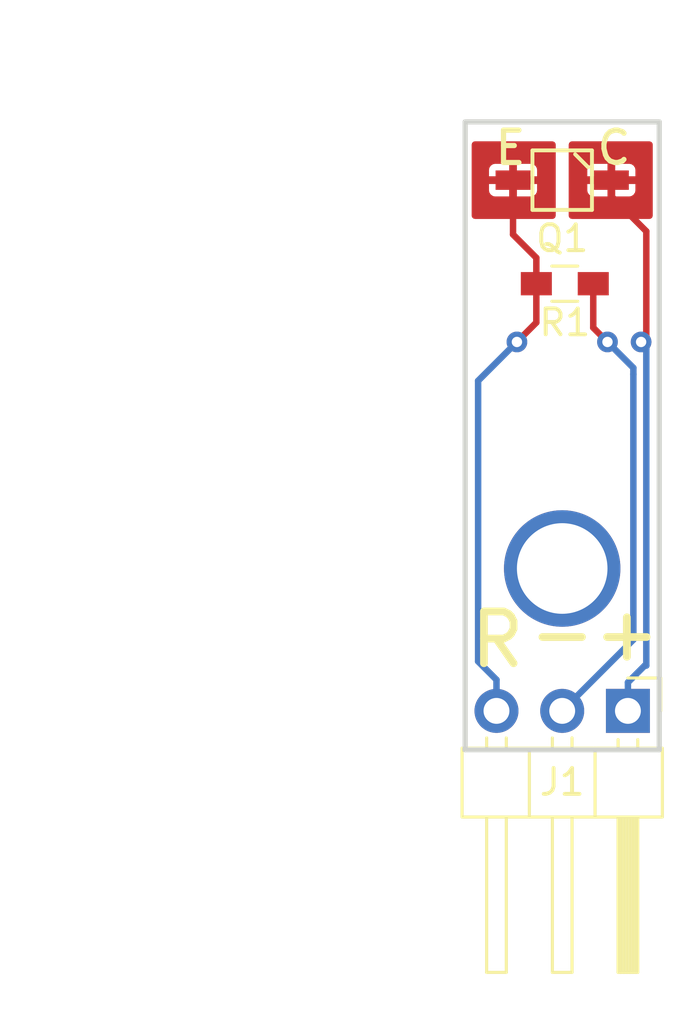
<source format=kicad_pcb>
(kicad_pcb (version 20221018) (generator pcbnew)
  (title_block (title "Break-Beam Sensor Set RX side") (date "2023-11-21") (rev "1") (company "DigitalREP"))
  (layers (0 "F.Cu" signal) (31 "B.Cu" signal) (34 "B.Paste" user) (35 "F.Paste" user) (36 "B.SilkS" user "B.Silkscreen") (37 "F.SilkS" user "F.Silkscreen") (38 "B.Mask" user) (39 "F.Mask" user) (44 "Edge.Cuts" user))
  (net 0 "")
  (net 1 "/VCC")
  (net 2 "/GND")
  (net 3 "/SIG")
  (footprint "Resistors_SMD:R_0603_HandSoldering" (layer "F.Cu") (at 101.85 43.25)
    (fp_text reference "R1" (at 0 1.5) (layer "F.SilkS"))
    (fp_text value "10K")
    (fp_line (start -0.5 -0.68) (end 0.5 -0.68) (stroke (width 0.12)) (layer "F.SilkS"))
    (fp_line (start 0.5 0.68) (end -0.5 0.68) (stroke (width 0.12)) (layer "F.SilkS"))
    (pad "1" smd rect (at -1.1 0) (size 1.2 0.9) (layers "F.Cu" "F.Paste" "F.Mask") (net 3 "/SIG"))
    (pad "2" smd rect (at 1.1 0) (size 1.2 0.9) (layers "F.Cu" "F.Paste" "F.Mask") (net 2 "/GND"))
  )
  (footprint "Pin_Headers:Pin_Header_Angled_1x03_Pitch2.54mm" (layer "F.Cu") (at 104.29 59.75 -90)
    (fp_text reference "J1" (at 2.75 2.54) (layer "F.SilkS"))
    (fp_text value "Conn_01x03_Female")
    (fp_line (start -1.27 -1.27) (end 0 -1.27) (stroke (width 0.12)) (layer "F.SilkS"))
    (fp_line (start -1.27 0) (end -1.27 -1.27) (stroke (width 0.12)) (layer "F.SilkS"))
    (fp_line (start 1.042929 2.16) (end 1.44 2.16) (stroke (width 0.12)) (layer "F.SilkS"))
    (fp_line (start 1.042929 2.92) (end 1.44 2.92) (stroke (width 0.12)) (layer "F.SilkS"))
    (fp_line (start 1.042929 4.7) (end 1.44 4.7) (stroke (width 0.12)) (layer "F.SilkS"))
    (fp_line (start 1.042929 5.46) (end 1.44 5.46) (stroke (width 0.12)) (layer "F.SilkS"))
    (fp_line (start 1.11 -0.38) (end 1.44 -0.38) (stroke (width 0.12)) (layer "F.SilkS"))
    (fp_line (start 1.11 0.38) (end 1.44 0.38) (stroke (width 0.12)) (layer "F.SilkS"))
    (fp_line (start 1.44 -1.33) (end 1.44 6.41) (stroke (width 0.12)) (layer "F.SilkS"))
    (fp_line (start 1.44 1.27) (end 4.1 1.27) (stroke (width 0.12)) (layer "F.SilkS"))
    (fp_line (start 1.44 3.81) (end 4.1 3.81) (stroke (width 0.12)) (layer "F.SilkS"))
    (fp_line (start 1.44 6.41) (end 4.1 6.41) (stroke (width 0.12)) (layer "F.SilkS"))
    (fp_line (start 4.1 -1.33) (end 1.44 -1.33) (stroke (width 0.12)) (layer "F.SilkS"))
    (fp_line (start 4.1 -0.38) (end 10.1 -0.38) (stroke (width 0.12)) (layer "F.SilkS"))
    (fp_line (start 4.1 -0.32) (end 10.1 -0.32) (stroke (width 0.12)) (layer "F.SilkS"))
    (fp_line (start 4.1 -0.2) (end 10.1 -0.2) (stroke (width 0.12)) (layer "F.SilkS"))
    (fp_line (start 4.1 -0.08) (end 10.1 -0.08) (stroke (width 0.12)) (layer "F.SilkS"))
    (fp_line (start 4.1 0.04) (end 10.1 0.04) (stroke (width 0.12)) (layer "F.SilkS"))
    (fp_line (start 4.1 0.16) (end 10.1 0.16) (stroke (width 0.12)) (layer "F.SilkS"))
    (fp_line (start 4.1 0.28) (end 10.1 0.28) (stroke (width 0.12)) (layer "F.SilkS"))
    (fp_line (start 4.1 2.16) (end 10.1 2.16) (stroke (width 0.12)) (layer "F.SilkS"))
    (fp_line (start 4.1 4.7) (end 10.1 4.7) (stroke (width 0.12)) (layer "F.SilkS"))
    (fp_line (start 4.1 6.41) (end 4.1 -1.33) (stroke (width 0.12)) (layer "F.SilkS"))
    (fp_line (start 10.1 -0.38) (end 10.1 0.38) (stroke (width 0.12)) (layer "F.SilkS"))
    (fp_line (start 10.1 0.38) (end 4.1 0.38) (stroke (width 0.12)) (layer "F.SilkS"))
    (fp_line (start 10.1 2.16) (end 10.1 2.92) (stroke (width 0.12)) (layer "F.SilkS"))
    (fp_line (start 10.1 2.92) (end 4.1 2.92) (stroke (width 0.12)) (layer "F.SilkS"))
    (fp_line (start 10.1 4.7) (end 10.1 5.46) (stroke (width 0.12)) (layer "F.SilkS"))
    (fp_line (start 10.1 5.46) (end 4.1 5.46) (stroke (width 0.12)) (layer "F.SilkS"))
    (pad "1" thru_hole rect (at 0 0 270) (size 1.7 1.7) (drill 1) (layers "*.Cu" "*.Mask") (net 1 "/VCC"))
    (pad "2" thru_hole oval (at 0 2.54 270) (size 1.7 1.7) (drill 1) (layers "*.Cu" "*.Mask") (net 2 "/GND"))
    (pad "3" thru_hole oval (at 0 5.08 270) (size 1.7 1.7) (drill 1) (layers "*.Cu" "*.Mask") (net 3 "/SIG"))
  )
  (footprint "Vishay:VSMG28011G" (layer "F.Cu") (at 101.75 39.25 180)
    (fp_text reference "Q1" (at 0 -2.25 180) (layer "F.SilkS"))
    (fp_text value "Q_Photo_NPN")
    (fp_line (start -1.15 -1.15) (end -1.15 1.15) (stroke (width 0.15)) (layer "F.SilkS"))
    (fp_line (start -1.15 1.15) (end 1.15 1.15) (stroke (width 0.15)) (layer "F.SilkS"))
    (fp_line (start -1 0.5) (end -0.5 1) (stroke (width 0.15)) (layer "F.SilkS"))
    (fp_line (start 1.15 -1.15) (end -1.15 -1.15) (stroke (width 0.15)) (layer "F.SilkS"))
    (fp_line (start 1.15 1.15) (end 1.15 -1.15) (stroke (width 0.15)) (layer "F.SilkS"))
    (pad "1" smd rect (at -1.9 0 180) (size 1.35 0.75) (layers "F.Cu" "F.Paste" "F.Mask") (net 1 "/VCC"))
    (pad "2" smd rect (at 1.9 0 180) (size 1.35 0.75) (layers "F.Cu" "F.Paste" "F.Mask") (net 3 "/SIG"))
  )
  (footprint "mymodules:tinyrep" (layer "B.Cu") (at 101.75 44.5 90)
    (fp_text reference "G***" hide)
    (fp_text value "LOGO" hide)
  )
  (gr_line (start 98 37) (end 98 61.25) (stroke (width 0.2)) (layer "Edge.Cuts"))
  (gr_line (start 105.5 37) (end 98 37) (stroke (width 0.2)) (layer "Edge.Cuts"))
  (gr_line (start 105.5 61.25) (end 105.5 37) (stroke (width 0.2)) (layer "Edge.Cuts"))
  (gr_line (start 98 61.25) (end 105.5 61.25) (stroke (width 0.2)) (layer "Edge.Cuts"))
  (gr_text "-" (at 101.75 56.75) (layer "F.SilkS") (effects (font (size 2 2) (thickness 0.3))))
  (gr_text "E" (at 99.75 38) (layer "F.SilkS") (effects (font (size 1.25 1.25) (thickness 0.2))))
  (gr_text "R" (at 99.25 57) (layer "F.SilkS") (effects (font (size 2 2) (thickness 0.3))))
  (gr_text "+" (at 104.25 56.75) (layer "F.SilkS") (effects (font (size 2 2) (thickness 0.3))))
  (gr_text "C" (at 103.75 38) (layer "F.SilkS") (effects (font (size 1.25 1.25) (thickness 0.2))))
  (via (at 101.75 54.25) (size 4.5) (drill 3.5) (layers "F.Cu" "B.Cu") (net 0))
  (segment (start 103.65 39.25) (end 103.65 39.875) (width 0.25) (layer "F.Cu") (net 1))
  (segment (start 105 45.3) (end 104.8 45.5) (width 0.25) (layer "F.Cu") (net 1))
  (segment (start 103.65 39.875) (end 105 41.225) (width 0.25) (layer "F.Cu") (net 1))
  (segment (start 105 41.225) (end 105 45.3) (width 0.25) (layer "F.Cu") (net 1))
  (via (at 104.8 45.5) (size 0.8) (drill 0.4) (layers "F.Cu" "B.Cu") (net 1))
  (segment (start 104.29 59.75) (end 104.29 58.65) (width 0.25) (layer "B.Cu") (net 1))
  (segment (start 104.29 58.65) (end 104.94 58) (width 0.25) (layer "B.Cu") (net 1))
  (segment (start 105 45.75) (end 105 58) (width 0.25) (layer "B.Cu") (net 1))
  (segment (start 104.94 58) (end 105 58) (width 0.25) (layer "B.Cu") (net 1))
  (segment (start 104.8 45.5) (end 105 45.75) (width 0.25) (layer "B.Cu") (net 1))
  (segment (start 103.5 45.5) (end 102.95 44.95) (width 0.25) (layer "F.Cu") (net 2))
  (segment (start 102.95 44.95) (end 102.95 43.25) (width 0.25) (layer "F.Cu") (net 2))
  (via (at 103.5 45.5) (size 0.8) (drill 0.4) (layers "F.Cu" "B.Cu") (net 2))
  (segment (start 101.75 59.75) (end 104.5 57) (width 0.25) (layer "B.Cu") (net 2))
  (segment (start 104.5 57) (end 104.5 46.75) (width 0.25) (layer "B.Cu") (net 2))
  (segment (start 104.5 46.75) (end 104.5 46.5) (width 0.25) (layer "B.Cu") (net 2))
  (segment (start 104.5 46.5) (end 103.5 45.5) (width 0.25) (layer "B.Cu") (net 2))
  (segment (start 100.75 42.25) (end 100.75 43.25) (width 0.25) (layer "F.Cu") (net 3))
  (segment (start 99.85 41.35) (end 100.75 42.25) (width 0.25) (layer "F.Cu") (net 3))
  (segment (start 100.75 44.75) (end 100.75 43.25) (width 0.25) (layer "F.Cu") (net 3))
  (segment (start 99.85 39.25) (end 99.85 41.35) (width 0.25) (layer "F.Cu") (net 3))
  (segment (start 100 45.5) (end 100.75 44.75) (width 0.25) (layer "F.Cu") (net 3))
  (via (at 100 45.5) (size 0.8) (drill 0.4) (layers "F.Cu" "B.Cu") (net 3))
  (segment (start 98.5 47) (end 100 45.5) (width 0.25) (layer "B.Cu") (net 3))
  (segment (start 99.21 59.75) (end 99.21 58.547919) (width 0.25) (layer "B.Cu") (net 3))
  (segment (start 98.5 57.837919) (end 98.5 47) (width 0.25) (layer "B.Cu") (net 3))
  (segment (start 99.21 58.547919) (end 98.5 57.837919) (width 0.25) (layer "B.Cu") (net 3))
  (zone (net 3) (net_name "/SIG") (layer "F.Cu") (connect_pads (clearance 0.254)) (min_thickness 0.254) (fill yes (thermal_gap 0.254) (thermal_bridge_width 0.3))
    (polygon (pts (xy 101.5 37.75) (xy 101.5 40.75) (xy 98.25 40.75) (xy 98.25 37.75)))
  )
  (zone (net 1) (net_name "/VCC") (layer "F.Cu") (connect_pads (clearance 0.254)) (min_thickness 0.254) (fill yes (thermal_gap 0.254) (thermal_bridge_width 0.3))
    (polygon (pts (xy 102 37.75) (xy 105.25 37.75) (xy 105.25 40.75) (xy 102 40.75)))
  )
)
</source>
